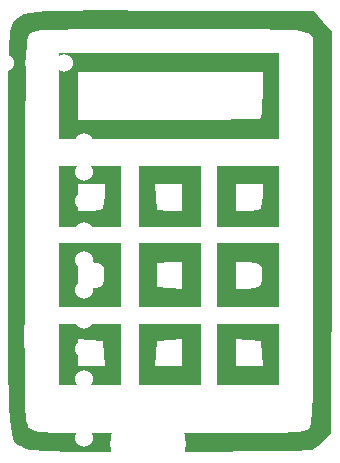
<source format=gbo>
G04 #@! TF.GenerationSoftware,KiCad,Pcbnew,8.0.8-8.0.8-0~ubuntu22.04.1*
G04 #@! TF.CreationDate,2025-02-11T23:42:30+01:00*
G04 #@! TF.ProjectId,aovv_rev_0,616f7676-5f72-4657-965f-302e6b696361,rev?*
G04 #@! TF.SameCoordinates,Original*
G04 #@! TF.FileFunction,Legend,Bot*
G04 #@! TF.FilePolarity,Positive*
%FSLAX46Y46*%
G04 Gerber Fmt 4.6, Leading zero omitted, Abs format (unit mm)*
G04 Created by KiCad (PCBNEW 8.0.8-8.0.8-0~ubuntu22.04.1) date 2025-02-11 23:42:30*
%MOMM*%
%LPD*%
G01*
G04 APERTURE LIST*
%ADD10C,0.000000*%
%ADD11C,1.524000*%
%ADD12R,1.700000X1.700000*%
%ADD13O,1.700000X1.700000*%
%ADD14C,0.800000*%
%ADD15C,6.400000*%
%ADD16C,2.000000*%
%ADD17R,1.600000X1.600000*%
%ADD18C,1.600000*%
G04 APERTURE END LIST*
D10*
G36*
X197604668Y-103459869D02*
G01*
X197543750Y-120449328D01*
X196976785Y-121059287D01*
X196934939Y-121103536D01*
X196418843Y-121564029D01*
X195956250Y-121856855D01*
X195912082Y-121867486D01*
X195480974Y-121903740D01*
X194653672Y-121937962D01*
X193474799Y-121969404D01*
X191988977Y-121997322D01*
X190240828Y-122020971D01*
X188274975Y-122039603D01*
X186136041Y-122052475D01*
X183868648Y-122058840D01*
X182948847Y-122059816D01*
X180435381Y-122060167D01*
X178326374Y-122055809D01*
X176584863Y-122045768D01*
X175173885Y-122029066D01*
X174056476Y-122004727D01*
X173195676Y-121971777D01*
X172554519Y-121929238D01*
X172096045Y-121876135D01*
X171783289Y-121811491D01*
X171579290Y-121734331D01*
X171531757Y-121710105D01*
X171287353Y-121591759D01*
X171075159Y-121478979D01*
X170892909Y-121341156D01*
X170738331Y-121147682D01*
X170609159Y-120867947D01*
X170503122Y-120471343D01*
X170417953Y-119927261D01*
X170351381Y-119205091D01*
X170301138Y-118274225D01*
X170264956Y-117104054D01*
X170240565Y-115663968D01*
X170225697Y-113923360D01*
X170219994Y-112371742D01*
X171602218Y-112371742D01*
X171603285Y-114144203D01*
X171609594Y-115606206D01*
X171621897Y-116789474D01*
X171640941Y-117725728D01*
X171667477Y-118446691D01*
X171702253Y-118984083D01*
X171746020Y-119369628D01*
X171799526Y-119635046D01*
X171863521Y-119812059D01*
X171938754Y-119932390D01*
X172025975Y-120027761D01*
X172139959Y-120130219D01*
X172285671Y-120216603D01*
X172500857Y-120287730D01*
X172823927Y-120345082D01*
X173293290Y-120390139D01*
X173947355Y-120424383D01*
X174824534Y-120449295D01*
X175963235Y-120466356D01*
X177401868Y-120477047D01*
X179178843Y-120482850D01*
X181332570Y-120485245D01*
X183901458Y-120485715D01*
X185404611Y-120485508D01*
X187740513Y-120483580D01*
X189682270Y-120478512D01*
X191267898Y-120468966D01*
X192535414Y-120453607D01*
X193522836Y-120431096D01*
X194268179Y-120400096D01*
X194809462Y-120359272D01*
X195184700Y-120307285D01*
X195431910Y-120242799D01*
X195589109Y-120164477D01*
X195694315Y-120070982D01*
X195718285Y-120041844D01*
X195787035Y-119914164D01*
X195846269Y-119707649D01*
X195896686Y-119391071D01*
X195938983Y-118933203D01*
X195973861Y-118302816D01*
X196002018Y-117468682D01*
X196024153Y-116399574D01*
X196040965Y-115064264D01*
X196053152Y-113431524D01*
X196061415Y-111470125D01*
X196066452Y-109148840D01*
X196068961Y-106436440D01*
X196069643Y-103301699D01*
X196069643Y-86947148D01*
X195565610Y-86594110D01*
X195496905Y-86552949D01*
X195294191Y-86478383D01*
X194977599Y-86416480D01*
X194509386Y-86366107D01*
X193851809Y-86326130D01*
X192967125Y-86295415D01*
X191817591Y-86272827D01*
X190365465Y-86257233D01*
X188573002Y-86247499D01*
X186402461Y-86242489D01*
X183816098Y-86241072D01*
X181476979Y-86242489D01*
X179230735Y-86248086D01*
X177370290Y-86258875D01*
X175859703Y-86275845D01*
X174663031Y-86299986D01*
X173744331Y-86332289D01*
X173067660Y-86373742D01*
X172597077Y-86425337D01*
X172296637Y-86488063D01*
X172130399Y-86562909D01*
X172106102Y-86581295D01*
X172025332Y-86661436D01*
X171955530Y-86786403D01*
X171895749Y-86987638D01*
X171845045Y-87296583D01*
X171802471Y-87744681D01*
X171767081Y-88363371D01*
X171737930Y-89184097D01*
X171714071Y-90238300D01*
X171694559Y-91557422D01*
X171678449Y-93172905D01*
X171664793Y-95116190D01*
X171652647Y-97418719D01*
X171641064Y-100111934D01*
X171629100Y-103227277D01*
X171622985Y-104874396D01*
X171612818Y-107768560D01*
X171605646Y-110257102D01*
X171602218Y-112371742D01*
X170219994Y-112371742D01*
X170218082Y-111851619D01*
X170215452Y-109418138D01*
X170215538Y-106592306D01*
X170216071Y-103343516D01*
X170216163Y-101336636D01*
X170217047Y-98413309D01*
X170219532Y-95893172D01*
X170224407Y-93745003D01*
X170232464Y-91937580D01*
X170244493Y-90439679D01*
X170261285Y-89220078D01*
X170283631Y-88247556D01*
X170312320Y-87490888D01*
X170348144Y-86918854D01*
X170391893Y-86500230D01*
X170444358Y-86203794D01*
X170506330Y-85998323D01*
X170578599Y-85852596D01*
X170661956Y-85735389D01*
X170829110Y-85529433D01*
X171028140Y-85326163D01*
X171269641Y-85156807D01*
X171590983Y-85018528D01*
X172029540Y-84908488D01*
X172622684Y-84823850D01*
X173407786Y-84761777D01*
X174422218Y-84719430D01*
X175703354Y-84693972D01*
X177288564Y-84682565D01*
X179215222Y-84682373D01*
X181520698Y-84690558D01*
X184242366Y-84704281D01*
X196104746Y-84766965D01*
X196885166Y-85618687D01*
X197665586Y-86470410D01*
X197605235Y-103301699D01*
X197604668Y-103459869D01*
G37*
G36*
X193121428Y-116403572D02*
G01*
X190513392Y-116403572D01*
X187905357Y-116403572D01*
X187905357Y-113795536D01*
X187905357Y-112523363D01*
X189492857Y-112523363D01*
X189492857Y-113669717D01*
X189492857Y-114816072D01*
X190639211Y-114816072D01*
X191785566Y-114816072D01*
X191716443Y-113738840D01*
X191647321Y-112661608D01*
X190570089Y-112592485D01*
X189492857Y-112523363D01*
X187905357Y-112523363D01*
X187905357Y-111187500D01*
X190513392Y-111187500D01*
X193121428Y-111187500D01*
X193121428Y-113795536D01*
X193121428Y-114816072D01*
X193121428Y-116403572D01*
G37*
G36*
X186544642Y-113795536D02*
G01*
X186544642Y-116403572D01*
X183936607Y-116403572D01*
X181328571Y-116403572D01*
X181328571Y-114816072D01*
X182664434Y-114816072D01*
X183810788Y-114816072D01*
X184957142Y-114816072D01*
X184957142Y-113669717D01*
X184957142Y-112523363D01*
X183879910Y-112592485D01*
X182802678Y-112661608D01*
X182733556Y-113738840D01*
X182664434Y-114816072D01*
X181328571Y-114816072D01*
X181328571Y-113795536D01*
X181328571Y-111187500D01*
X183936607Y-111187500D01*
X186544642Y-111187500D01*
X186544642Y-112523363D01*
X186544642Y-113795536D01*
G37*
G36*
X179741071Y-116403572D02*
G01*
X177133035Y-116403572D01*
X174525000Y-116403572D01*
X174525000Y-113795536D01*
X174525000Y-112523363D01*
X176112500Y-112523363D01*
X176112500Y-113669717D01*
X176112500Y-114816072D01*
X177258854Y-114816072D01*
X178405209Y-114816072D01*
X178336086Y-113738840D01*
X178266964Y-112661608D01*
X177189732Y-112592485D01*
X176112500Y-112523363D01*
X174525000Y-112523363D01*
X174525000Y-111187500D01*
X177133035Y-111187500D01*
X179741071Y-111187500D01*
X179741071Y-113795536D01*
X179741071Y-114816072D01*
X179741071Y-116403572D01*
G37*
G36*
X193121428Y-109826786D02*
G01*
X190513392Y-109826786D01*
X187905357Y-109826786D01*
X187905357Y-107105358D01*
X187905357Y-105946577D01*
X189492857Y-105946577D01*
X189492857Y-107092932D01*
X189492857Y-108239286D01*
X190520510Y-108239286D01*
X191072091Y-108212160D01*
X191547885Y-108034970D01*
X191736872Y-107610136D01*
X191719996Y-106843465D01*
X191680325Y-106519171D01*
X191549583Y-106214550D01*
X191222286Y-106077523D01*
X190570089Y-106015699D01*
X189492857Y-105946577D01*
X187905357Y-105946577D01*
X187905357Y-104383929D01*
X190513392Y-104383929D01*
X193121428Y-104383929D01*
X193121428Y-107105358D01*
X193121428Y-107610136D01*
X193121428Y-109826786D01*
G37*
G36*
X186544642Y-107105358D02*
G01*
X186544642Y-109826786D01*
X183936607Y-109826786D01*
X181328571Y-109826786D01*
X181328571Y-107105358D01*
X181328571Y-106084822D01*
X182802678Y-106084822D01*
X182802678Y-107105358D01*
X182802678Y-108125893D01*
X183879910Y-108195016D01*
X184957142Y-108264138D01*
X184957142Y-107105358D01*
X184957142Y-105946577D01*
X183879910Y-106015699D01*
X182802678Y-106084822D01*
X181328571Y-106084822D01*
X181328571Y-104383929D01*
X183936607Y-104383929D01*
X186544642Y-104383929D01*
X186544642Y-105946577D01*
X186544642Y-107105358D01*
G37*
G36*
X179741071Y-109826786D02*
G01*
X177133035Y-109826786D01*
X174525000Y-109826786D01*
X174525000Y-107105358D01*
X174525000Y-105946577D01*
X176112500Y-105946577D01*
X176112500Y-107092932D01*
X176112500Y-108239286D01*
X177140153Y-108239286D01*
X177691733Y-108212160D01*
X178167528Y-108034970D01*
X178356515Y-107610136D01*
X178339639Y-106843465D01*
X178299967Y-106519171D01*
X178169226Y-106214550D01*
X177841929Y-106077523D01*
X177189732Y-106015699D01*
X176112500Y-105946577D01*
X174525000Y-105946577D01*
X174525000Y-104383929D01*
X177133035Y-104383929D01*
X179741071Y-104383929D01*
X179741071Y-107105358D01*
X179741071Y-107610136D01*
X179741071Y-109826786D01*
G37*
G36*
X193121428Y-100415179D02*
G01*
X193121428Y-103023215D01*
X190513392Y-103023215D01*
X187905357Y-103023215D01*
X187905357Y-100415179D01*
X187905357Y-99394643D01*
X189492857Y-99394643D01*
X189492857Y-100528572D01*
X189492857Y-101662500D01*
X190475595Y-101662500D01*
X190729304Y-101657562D01*
X191307486Y-101604268D01*
X191609523Y-101511310D01*
X191647796Y-101440936D01*
X191728548Y-101013776D01*
X191760714Y-100377381D01*
X191760714Y-99394643D01*
X190626785Y-99394643D01*
X189492857Y-99394643D01*
X187905357Y-99394643D01*
X187905357Y-97807143D01*
X190513392Y-97807143D01*
X193121428Y-97807143D01*
X193121428Y-99394643D01*
X193121428Y-100415179D01*
G37*
G36*
X186544642Y-100415179D02*
G01*
X186544642Y-103023215D01*
X183936607Y-103023215D01*
X181328571Y-103023215D01*
X181328571Y-100415179D01*
X181328571Y-99394643D01*
X182664434Y-99394643D01*
X182733556Y-100471875D01*
X182802678Y-101549108D01*
X183879910Y-101618230D01*
X184957142Y-101687352D01*
X184957142Y-100540998D01*
X184957142Y-99394643D01*
X183810788Y-99394643D01*
X182664434Y-99394643D01*
X181328571Y-99394643D01*
X181328571Y-97807143D01*
X183936607Y-97807143D01*
X186544642Y-97807143D01*
X186544642Y-99394643D01*
X186544642Y-100415179D01*
G37*
G36*
X179741071Y-100415179D02*
G01*
X179741071Y-103023215D01*
X177133035Y-103023215D01*
X174525000Y-103023215D01*
X174525000Y-100415179D01*
X174525000Y-99394643D01*
X176112500Y-99394643D01*
X176112500Y-100528572D01*
X176112500Y-101662500D01*
X177095238Y-101662500D01*
X177348947Y-101657562D01*
X177927129Y-101604268D01*
X178229166Y-101511310D01*
X178267439Y-101440936D01*
X178348191Y-101013776D01*
X178380357Y-100377381D01*
X178380357Y-99394643D01*
X177246428Y-99394643D01*
X176112500Y-99394643D01*
X174525000Y-99394643D01*
X174525000Y-97807143D01*
X177133035Y-97807143D01*
X179741071Y-97807143D01*
X179741071Y-99394643D01*
X179741071Y-100415179D01*
G37*
G36*
X193121428Y-91910715D02*
G01*
X193121428Y-95539286D01*
X183823214Y-95539286D01*
X174525000Y-95539286D01*
X174525000Y-91910715D01*
X174525000Y-89869643D01*
X176112500Y-89869643D01*
X176112500Y-91910715D01*
X176112500Y-93951786D01*
X183785416Y-93951786D01*
X185152176Y-93949376D01*
X186871184Y-93939056D01*
X188404517Y-93921566D01*
X189698595Y-93897939D01*
X190699841Y-93869212D01*
X191354677Y-93836419D01*
X191609523Y-93800596D01*
X191633387Y-93753049D01*
X191698363Y-93348641D01*
X191743686Y-92645246D01*
X191760714Y-91759524D01*
X191760714Y-89869643D01*
X183936607Y-89869643D01*
X176112500Y-89869643D01*
X174525000Y-89869643D01*
X174525000Y-88282143D01*
X183823214Y-88282143D01*
X193121428Y-88282143D01*
X193121428Y-89869643D01*
X193121428Y-91910715D01*
G37*
%LPC*%
D11*
X193250000Y-158087500D03*
X190750000Y-158087500D03*
X188250000Y-158087500D03*
X185750000Y-158087500D03*
X183250000Y-158087500D03*
X180750000Y-158087500D03*
X178250000Y-158087500D03*
X175750000Y-158087500D03*
X173250000Y-158087500D03*
X170750000Y-158087500D03*
X168250000Y-158087500D03*
X165750000Y-158087500D03*
X163250000Y-158087500D03*
X160750000Y-158087500D03*
X158250000Y-158087500D03*
X158250000Y-132087500D03*
X160750000Y-132087500D03*
X163250000Y-132087500D03*
X165750000Y-132087500D03*
X168250000Y-132087500D03*
X170750000Y-132087500D03*
X173250000Y-132087500D03*
X175750000Y-132087500D03*
X178250000Y-132087500D03*
X180750000Y-132087500D03*
X183250000Y-132087500D03*
X185750000Y-132087500D03*
X188250000Y-132087500D03*
X190750000Y-132087500D03*
X193250000Y-132087500D03*
D12*
X181400000Y-127600000D03*
D13*
X183940000Y-127600000D03*
D12*
X160400000Y-121850000D03*
D13*
X160400000Y-119310000D03*
D14*
X179650000Y-121350000D03*
X180352944Y-119652944D03*
X180352944Y-123047056D03*
X182050000Y-118950000D03*
D15*
X182050000Y-121350000D03*
D14*
X182050000Y-123750000D03*
X183747056Y-119652944D03*
X183747056Y-123047056D03*
X184450000Y-121350000D03*
D12*
X160425000Y-95840000D03*
D13*
X160425000Y-98380000D03*
X160425000Y-100920000D03*
X160425000Y-103460000D03*
D12*
X158900000Y-127600000D03*
D13*
X156360000Y-127600000D03*
D16*
X162900000Y-49640000D03*
X162900000Y-44640000D03*
D14*
X180130000Y-46520000D03*
X180832944Y-44822944D03*
X180832944Y-48217056D03*
X182530000Y-44120000D03*
D15*
X182530000Y-46520000D03*
D14*
X182530000Y-48920000D03*
X184227056Y-44822944D03*
X184227056Y-48217056D03*
X184930000Y-46520000D03*
D17*
X171150000Y-64390000D03*
D18*
X173650000Y-64390000D03*
D11*
X86137500Y-157500000D03*
X86137500Y-155000000D03*
X86137500Y-152500000D03*
X86137500Y-150000000D03*
X86137500Y-147500000D03*
X86137500Y-145000000D03*
X86137500Y-142500000D03*
X86137500Y-140000000D03*
X111137500Y-140000000D03*
X111137500Y-142500000D03*
X111137500Y-145000000D03*
X111137500Y-147500000D03*
X111137500Y-150000000D03*
X111137500Y-152500000D03*
X111137500Y-155000000D03*
X111137500Y-157500000D03*
X135862500Y-158000000D03*
X135862500Y-155500000D03*
X135862500Y-153000000D03*
X135862500Y-150500000D03*
X135862500Y-148000000D03*
X135862500Y-145500000D03*
X135862500Y-143000000D03*
X135862500Y-140500000D03*
X151362500Y-140500000D03*
X151362500Y-143000000D03*
X151362500Y-145500000D03*
X151362500Y-148000000D03*
X151362500Y-150500000D03*
X151362500Y-153000000D03*
X151362500Y-155500000D03*
X151362500Y-158000000D03*
D12*
X175650000Y-52100000D03*
D13*
X175650000Y-54640000D03*
X175650000Y-57180000D03*
D12*
X169900000Y-52100000D03*
D13*
X169900000Y-54640000D03*
X169900000Y-57180000D03*
D12*
X169900000Y-43310000D03*
D13*
X169900000Y-45850000D03*
X169900000Y-48390000D03*
D12*
X181400000Y-53825000D03*
D13*
X183940000Y-53825000D03*
D14*
X211050000Y-64000000D03*
X209352944Y-63297056D03*
X212747056Y-63297056D03*
X208650000Y-61600000D03*
D15*
X211050000Y-61600000D03*
D14*
X213450000Y-61600000D03*
X209352944Y-59902944D03*
X212747056Y-59902944D03*
X211050000Y-59200000D03*
D11*
X164150000Y-125850000D03*
X164150000Y-123350000D03*
X164150000Y-120850000D03*
X164150000Y-118350000D03*
X164150000Y-115850000D03*
X164150000Y-113350000D03*
X164150000Y-110850000D03*
X164150000Y-108350000D03*
X164150000Y-105850000D03*
X164150000Y-103350000D03*
X164150000Y-100850000D03*
X164150000Y-98350000D03*
X164150000Y-95850000D03*
X176650000Y-95850000D03*
X176650000Y-98350000D03*
X176650000Y-100850000D03*
X176650000Y-103350000D03*
X176650000Y-105850000D03*
X176650000Y-108350000D03*
X176650000Y-110850000D03*
X176650000Y-113350000D03*
X176650000Y-115850000D03*
X176650000Y-118350000D03*
X176650000Y-120850000D03*
X176650000Y-123350000D03*
X176650000Y-125850000D03*
D12*
X156150000Y-60920000D03*
D13*
X156150000Y-58380000D03*
X156150000Y-55840000D03*
X156150000Y-53300000D03*
X156150000Y-50760000D03*
X156150000Y-48220000D03*
X156150000Y-45680000D03*
X156150000Y-43140000D03*
D14*
X208652944Y-121252944D03*
X209355888Y-119555888D03*
X209355888Y-122950000D03*
X211052944Y-118852944D03*
D15*
X211052944Y-121252944D03*
D14*
X211052944Y-123652944D03*
X212750000Y-119555888D03*
X212750000Y-122950000D03*
X213452944Y-121252944D03*
D16*
X162900000Y-61390000D03*
X162900000Y-56390000D03*
D11*
X115500000Y-158000000D03*
X115500000Y-155500000D03*
X115500000Y-153000000D03*
X115500000Y-150500000D03*
X115500000Y-148000000D03*
X115500000Y-145500000D03*
X115500000Y-143000000D03*
X115500000Y-140500000D03*
X131000000Y-140500000D03*
X131000000Y-143000000D03*
X131000000Y-145500000D03*
X131000000Y-148000000D03*
X131000000Y-150500000D03*
X131000000Y-153000000D03*
X131000000Y-155500000D03*
X131000000Y-158000000D03*
D14*
X184450000Y-61755888D03*
X183747056Y-63452944D03*
X183747056Y-60058832D03*
X182050000Y-64155888D03*
D15*
X182050000Y-61755888D03*
D14*
X182050000Y-59355888D03*
X180352944Y-63452944D03*
X180352944Y-60058832D03*
X179650000Y-61755888D03*
D12*
X156150000Y-71080000D03*
D13*
X156150000Y-73620000D03*
X156150000Y-76160000D03*
X156150000Y-78700000D03*
X156150000Y-81240000D03*
X156150000Y-83780000D03*
X156150000Y-86320000D03*
X156150000Y-88860000D03*
X156150000Y-91400000D03*
X156150000Y-93940000D03*
X156150000Y-96480000D03*
X156150000Y-99020000D03*
X156150000Y-101560000D03*
X156150000Y-104100000D03*
X156150000Y-106640000D03*
X156150000Y-109180000D03*
X156150000Y-111720000D03*
X156150000Y-114260000D03*
X156150000Y-116800000D03*
X156150000Y-119340000D03*
X156150000Y-121880000D03*
D12*
X175650000Y-43310000D03*
D13*
X175650000Y-45850000D03*
X175650000Y-48390000D03*
D11*
X174912500Y-89112500D03*
X172412500Y-89112500D03*
X169912500Y-89112500D03*
X167412500Y-89112500D03*
X164912500Y-89112500D03*
X162412500Y-89112500D03*
X162412500Y-71112500D03*
X164912500Y-71112500D03*
X167412500Y-71112500D03*
X169912500Y-71112500D03*
X172412500Y-71112500D03*
X174912500Y-71112500D03*
D12*
X160425000Y-107380000D03*
D13*
X160425000Y-109920000D03*
X160425000Y-112460000D03*
X160425000Y-115000000D03*
%LPD*%
M02*

</source>
